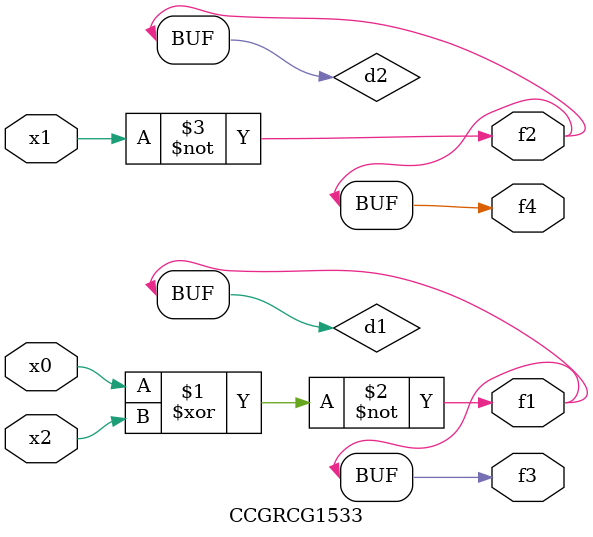
<source format=v>
module CCGRCG1533(
	input x0, x1, x2,
	output f1, f2, f3, f4
);

	wire d1, d2, d3;

	xnor (d1, x0, x2);
	nand (d2, x1);
	nor (d3, x1, x2);
	assign f1 = d1;
	assign f2 = d2;
	assign f3 = d1;
	assign f4 = d2;
endmodule

</source>
